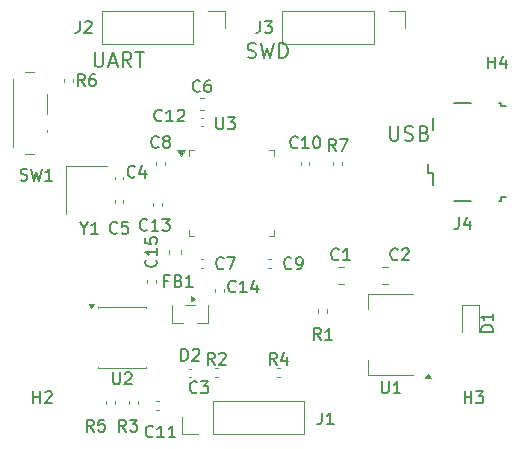
<source format=gbr>
%TF.GenerationSoftware,KiCad,Pcbnew,9.0.6*%
%TF.CreationDate,2026-02-08T19:37:56+05:30*%
%TF.ProjectId,stm32,73746d33-322e-46b6-9963-61645f706362,rev?*%
%TF.SameCoordinates,Original*%
%TF.FileFunction,Legend,Top*%
%TF.FilePolarity,Positive*%
%FSLAX46Y46*%
G04 Gerber Fmt 4.6, Leading zero omitted, Abs format (unit mm)*
G04 Created by KiCad (PCBNEW 9.0.6) date 2026-02-08 19:37:56*
%MOMM*%
%LPD*%
G01*
G04 APERTURE LIST*
%ADD10C,0.200000*%
%ADD11C,0.150000*%
%ADD12C,0.120000*%
G04 APERTURE END LIST*
D10*
X112369673Y-62027100D02*
X112548244Y-62086623D01*
X112548244Y-62086623D02*
X112845863Y-62086623D01*
X112845863Y-62086623D02*
X112964911Y-62027100D01*
X112964911Y-62027100D02*
X113024435Y-61967576D01*
X113024435Y-61967576D02*
X113083958Y-61848528D01*
X113083958Y-61848528D02*
X113083958Y-61729480D01*
X113083958Y-61729480D02*
X113024435Y-61610433D01*
X113024435Y-61610433D02*
X112964911Y-61550909D01*
X112964911Y-61550909D02*
X112845863Y-61491385D01*
X112845863Y-61491385D02*
X112607768Y-61431861D01*
X112607768Y-61431861D02*
X112488720Y-61372338D01*
X112488720Y-61372338D02*
X112429197Y-61312814D01*
X112429197Y-61312814D02*
X112369673Y-61193766D01*
X112369673Y-61193766D02*
X112369673Y-61074719D01*
X112369673Y-61074719D02*
X112429197Y-60955671D01*
X112429197Y-60955671D02*
X112488720Y-60896147D01*
X112488720Y-60896147D02*
X112607768Y-60836623D01*
X112607768Y-60836623D02*
X112905387Y-60836623D01*
X112905387Y-60836623D02*
X113083958Y-60896147D01*
X113500625Y-60836623D02*
X113798244Y-62086623D01*
X113798244Y-62086623D02*
X114036339Y-61193766D01*
X114036339Y-61193766D02*
X114274434Y-62086623D01*
X114274434Y-62086623D02*
X114572054Y-60836623D01*
X115048244Y-62086623D02*
X115048244Y-60836623D01*
X115048244Y-60836623D02*
X115345863Y-60836623D01*
X115345863Y-60836623D02*
X115524434Y-60896147D01*
X115524434Y-60896147D02*
X115643482Y-61015195D01*
X115643482Y-61015195D02*
X115703005Y-61134242D01*
X115703005Y-61134242D02*
X115762529Y-61372338D01*
X115762529Y-61372338D02*
X115762529Y-61550909D01*
X115762529Y-61550909D02*
X115703005Y-61789004D01*
X115703005Y-61789004D02*
X115643482Y-61908052D01*
X115643482Y-61908052D02*
X115524434Y-62027100D01*
X115524434Y-62027100D02*
X115345863Y-62086623D01*
X115345863Y-62086623D02*
X115048244Y-62086623D01*
X124429197Y-67836623D02*
X124429197Y-68848528D01*
X124429197Y-68848528D02*
X124488720Y-68967576D01*
X124488720Y-68967576D02*
X124548244Y-69027100D01*
X124548244Y-69027100D02*
X124667292Y-69086623D01*
X124667292Y-69086623D02*
X124905387Y-69086623D01*
X124905387Y-69086623D02*
X125024435Y-69027100D01*
X125024435Y-69027100D02*
X125083958Y-68967576D01*
X125083958Y-68967576D02*
X125143482Y-68848528D01*
X125143482Y-68848528D02*
X125143482Y-67836623D01*
X125679197Y-69027100D02*
X125857768Y-69086623D01*
X125857768Y-69086623D02*
X126155387Y-69086623D01*
X126155387Y-69086623D02*
X126274435Y-69027100D01*
X126274435Y-69027100D02*
X126333959Y-68967576D01*
X126333959Y-68967576D02*
X126393482Y-68848528D01*
X126393482Y-68848528D02*
X126393482Y-68729480D01*
X126393482Y-68729480D02*
X126333959Y-68610433D01*
X126333959Y-68610433D02*
X126274435Y-68550909D01*
X126274435Y-68550909D02*
X126155387Y-68491385D01*
X126155387Y-68491385D02*
X125917292Y-68431861D01*
X125917292Y-68431861D02*
X125798244Y-68372338D01*
X125798244Y-68372338D02*
X125738721Y-68312814D01*
X125738721Y-68312814D02*
X125679197Y-68193766D01*
X125679197Y-68193766D02*
X125679197Y-68074719D01*
X125679197Y-68074719D02*
X125738721Y-67955671D01*
X125738721Y-67955671D02*
X125798244Y-67896147D01*
X125798244Y-67896147D02*
X125917292Y-67836623D01*
X125917292Y-67836623D02*
X126214911Y-67836623D01*
X126214911Y-67836623D02*
X126393482Y-67896147D01*
X127345863Y-68431861D02*
X127524435Y-68491385D01*
X127524435Y-68491385D02*
X127583958Y-68550909D01*
X127583958Y-68550909D02*
X127643482Y-68669957D01*
X127643482Y-68669957D02*
X127643482Y-68848528D01*
X127643482Y-68848528D02*
X127583958Y-68967576D01*
X127583958Y-68967576D02*
X127524435Y-69027100D01*
X127524435Y-69027100D02*
X127405387Y-69086623D01*
X127405387Y-69086623D02*
X126929197Y-69086623D01*
X126929197Y-69086623D02*
X126929197Y-67836623D01*
X126929197Y-67836623D02*
X127345863Y-67836623D01*
X127345863Y-67836623D02*
X127464911Y-67896147D01*
X127464911Y-67896147D02*
X127524435Y-67955671D01*
X127524435Y-67955671D02*
X127583958Y-68074719D01*
X127583958Y-68074719D02*
X127583958Y-68193766D01*
X127583958Y-68193766D02*
X127524435Y-68312814D01*
X127524435Y-68312814D02*
X127464911Y-68372338D01*
X127464911Y-68372338D02*
X127345863Y-68431861D01*
X127345863Y-68431861D02*
X126929197Y-68431861D01*
X99429197Y-61586623D02*
X99429197Y-62598528D01*
X99429197Y-62598528D02*
X99488720Y-62717576D01*
X99488720Y-62717576D02*
X99548244Y-62777100D01*
X99548244Y-62777100D02*
X99667292Y-62836623D01*
X99667292Y-62836623D02*
X99905387Y-62836623D01*
X99905387Y-62836623D02*
X100024435Y-62777100D01*
X100024435Y-62777100D02*
X100083958Y-62717576D01*
X100083958Y-62717576D02*
X100143482Y-62598528D01*
X100143482Y-62598528D02*
X100143482Y-61586623D01*
X100679197Y-62479480D02*
X101274435Y-62479480D01*
X100560149Y-62836623D02*
X100976816Y-61586623D01*
X100976816Y-61586623D02*
X101393482Y-62836623D01*
X102524435Y-62836623D02*
X102107769Y-62241385D01*
X101810150Y-62836623D02*
X101810150Y-61586623D01*
X101810150Y-61586623D02*
X102286340Y-61586623D01*
X102286340Y-61586623D02*
X102405388Y-61646147D01*
X102405388Y-61646147D02*
X102464911Y-61705671D01*
X102464911Y-61705671D02*
X102524435Y-61824719D01*
X102524435Y-61824719D02*
X102524435Y-62003290D01*
X102524435Y-62003290D02*
X102464911Y-62122338D01*
X102464911Y-62122338D02*
X102405388Y-62181861D01*
X102405388Y-62181861D02*
X102286340Y-62241385D01*
X102286340Y-62241385D02*
X101810150Y-62241385D01*
X102881578Y-61586623D02*
X103595864Y-61586623D01*
X103238721Y-62836623D02*
X103238721Y-61586623D01*
D11*
X130738095Y-91304819D02*
X130738095Y-90304819D01*
X130738095Y-90781009D02*
X131309523Y-90781009D01*
X131309523Y-91304819D02*
X131309523Y-90304819D01*
X131690476Y-90304819D02*
X132309523Y-90304819D01*
X132309523Y-90304819D02*
X131976190Y-90685771D01*
X131976190Y-90685771D02*
X132119047Y-90685771D01*
X132119047Y-90685771D02*
X132214285Y-90733390D01*
X132214285Y-90733390D02*
X132261904Y-90781009D01*
X132261904Y-90781009D02*
X132309523Y-90876247D01*
X132309523Y-90876247D02*
X132309523Y-91114342D01*
X132309523Y-91114342D02*
X132261904Y-91209580D01*
X132261904Y-91209580D02*
X132214285Y-91257200D01*
X132214285Y-91257200D02*
X132119047Y-91304819D01*
X132119047Y-91304819D02*
X131833333Y-91304819D01*
X131833333Y-91304819D02*
X131738095Y-91257200D01*
X131738095Y-91257200D02*
X131690476Y-91209580D01*
X130266666Y-75579819D02*
X130266666Y-76294104D01*
X130266666Y-76294104D02*
X130219047Y-76436961D01*
X130219047Y-76436961D02*
X130123809Y-76532200D01*
X130123809Y-76532200D02*
X129980952Y-76579819D01*
X129980952Y-76579819D02*
X129885714Y-76579819D01*
X131171428Y-75913152D02*
X131171428Y-76579819D01*
X130933333Y-75532200D02*
X130695238Y-76246485D01*
X130695238Y-76246485D02*
X131314285Y-76246485D01*
X105107142Y-67359580D02*
X105059523Y-67407200D01*
X105059523Y-67407200D02*
X104916666Y-67454819D01*
X104916666Y-67454819D02*
X104821428Y-67454819D01*
X104821428Y-67454819D02*
X104678571Y-67407200D01*
X104678571Y-67407200D02*
X104583333Y-67311961D01*
X104583333Y-67311961D02*
X104535714Y-67216723D01*
X104535714Y-67216723D02*
X104488095Y-67026247D01*
X104488095Y-67026247D02*
X104488095Y-66883390D01*
X104488095Y-66883390D02*
X104535714Y-66692914D01*
X104535714Y-66692914D02*
X104583333Y-66597676D01*
X104583333Y-66597676D02*
X104678571Y-66502438D01*
X104678571Y-66502438D02*
X104821428Y-66454819D01*
X104821428Y-66454819D02*
X104916666Y-66454819D01*
X104916666Y-66454819D02*
X105059523Y-66502438D01*
X105059523Y-66502438D02*
X105107142Y-66550057D01*
X106059523Y-67454819D02*
X105488095Y-67454819D01*
X105773809Y-67454819D02*
X105773809Y-66454819D01*
X105773809Y-66454819D02*
X105678571Y-66597676D01*
X105678571Y-66597676D02*
X105583333Y-66692914D01*
X105583333Y-66692914D02*
X105488095Y-66740533D01*
X106440476Y-66550057D02*
X106488095Y-66502438D01*
X106488095Y-66502438D02*
X106583333Y-66454819D01*
X106583333Y-66454819D02*
X106821428Y-66454819D01*
X106821428Y-66454819D02*
X106916666Y-66502438D01*
X106916666Y-66502438D02*
X106964285Y-66550057D01*
X106964285Y-66550057D02*
X107011904Y-66645295D01*
X107011904Y-66645295D02*
X107011904Y-66740533D01*
X107011904Y-66740533D02*
X106964285Y-66883390D01*
X106964285Y-66883390D02*
X106392857Y-67454819D01*
X106392857Y-67454819D02*
X107011904Y-67454819D01*
X105666666Y-80931009D02*
X105333333Y-80931009D01*
X105333333Y-81454819D02*
X105333333Y-80454819D01*
X105333333Y-80454819D02*
X105809523Y-80454819D01*
X106523809Y-80931009D02*
X106666666Y-80978628D01*
X106666666Y-80978628D02*
X106714285Y-81026247D01*
X106714285Y-81026247D02*
X106761904Y-81121485D01*
X106761904Y-81121485D02*
X106761904Y-81264342D01*
X106761904Y-81264342D02*
X106714285Y-81359580D01*
X106714285Y-81359580D02*
X106666666Y-81407200D01*
X106666666Y-81407200D02*
X106571428Y-81454819D01*
X106571428Y-81454819D02*
X106190476Y-81454819D01*
X106190476Y-81454819D02*
X106190476Y-80454819D01*
X106190476Y-80454819D02*
X106523809Y-80454819D01*
X106523809Y-80454819D02*
X106619047Y-80502438D01*
X106619047Y-80502438D02*
X106666666Y-80550057D01*
X106666666Y-80550057D02*
X106714285Y-80645295D01*
X106714285Y-80645295D02*
X106714285Y-80740533D01*
X106714285Y-80740533D02*
X106666666Y-80835771D01*
X106666666Y-80835771D02*
X106619047Y-80883390D01*
X106619047Y-80883390D02*
X106523809Y-80931009D01*
X106523809Y-80931009D02*
X106190476Y-80931009D01*
X107714285Y-81454819D02*
X107142857Y-81454819D01*
X107428571Y-81454819D02*
X107428571Y-80454819D01*
X107428571Y-80454819D02*
X107333333Y-80597676D01*
X107333333Y-80597676D02*
X107238095Y-80692914D01*
X107238095Y-80692914D02*
X107142857Y-80740533D01*
X114833333Y-88034819D02*
X114500000Y-87558628D01*
X114261905Y-88034819D02*
X114261905Y-87034819D01*
X114261905Y-87034819D02*
X114642857Y-87034819D01*
X114642857Y-87034819D02*
X114738095Y-87082438D01*
X114738095Y-87082438D02*
X114785714Y-87130057D01*
X114785714Y-87130057D02*
X114833333Y-87225295D01*
X114833333Y-87225295D02*
X114833333Y-87368152D01*
X114833333Y-87368152D02*
X114785714Y-87463390D01*
X114785714Y-87463390D02*
X114738095Y-87511009D01*
X114738095Y-87511009D02*
X114642857Y-87558628D01*
X114642857Y-87558628D02*
X114261905Y-87558628D01*
X115690476Y-87368152D02*
X115690476Y-88034819D01*
X115452381Y-86987200D02*
X115214286Y-87701485D01*
X115214286Y-87701485D02*
X115833333Y-87701485D01*
X104833333Y-69609580D02*
X104785714Y-69657200D01*
X104785714Y-69657200D02*
X104642857Y-69704819D01*
X104642857Y-69704819D02*
X104547619Y-69704819D01*
X104547619Y-69704819D02*
X104404762Y-69657200D01*
X104404762Y-69657200D02*
X104309524Y-69561961D01*
X104309524Y-69561961D02*
X104261905Y-69466723D01*
X104261905Y-69466723D02*
X104214286Y-69276247D01*
X104214286Y-69276247D02*
X104214286Y-69133390D01*
X104214286Y-69133390D02*
X104261905Y-68942914D01*
X104261905Y-68942914D02*
X104309524Y-68847676D01*
X104309524Y-68847676D02*
X104404762Y-68752438D01*
X104404762Y-68752438D02*
X104547619Y-68704819D01*
X104547619Y-68704819D02*
X104642857Y-68704819D01*
X104642857Y-68704819D02*
X104785714Y-68752438D01*
X104785714Y-68752438D02*
X104833333Y-68800057D01*
X105404762Y-69133390D02*
X105309524Y-69085771D01*
X105309524Y-69085771D02*
X105261905Y-69038152D01*
X105261905Y-69038152D02*
X105214286Y-68942914D01*
X105214286Y-68942914D02*
X105214286Y-68895295D01*
X105214286Y-68895295D02*
X105261905Y-68800057D01*
X105261905Y-68800057D02*
X105309524Y-68752438D01*
X105309524Y-68752438D02*
X105404762Y-68704819D01*
X105404762Y-68704819D02*
X105595238Y-68704819D01*
X105595238Y-68704819D02*
X105690476Y-68752438D01*
X105690476Y-68752438D02*
X105738095Y-68800057D01*
X105738095Y-68800057D02*
X105785714Y-68895295D01*
X105785714Y-68895295D02*
X105785714Y-68942914D01*
X105785714Y-68942914D02*
X105738095Y-69038152D01*
X105738095Y-69038152D02*
X105690476Y-69085771D01*
X105690476Y-69085771D02*
X105595238Y-69133390D01*
X105595238Y-69133390D02*
X105404762Y-69133390D01*
X105404762Y-69133390D02*
X105309524Y-69181009D01*
X105309524Y-69181009D02*
X105261905Y-69228628D01*
X105261905Y-69228628D02*
X105214286Y-69323866D01*
X105214286Y-69323866D02*
X105214286Y-69514342D01*
X105214286Y-69514342D02*
X105261905Y-69609580D01*
X105261905Y-69609580D02*
X105309524Y-69657200D01*
X105309524Y-69657200D02*
X105404762Y-69704819D01*
X105404762Y-69704819D02*
X105595238Y-69704819D01*
X105595238Y-69704819D02*
X105690476Y-69657200D01*
X105690476Y-69657200D02*
X105738095Y-69609580D01*
X105738095Y-69609580D02*
X105785714Y-69514342D01*
X105785714Y-69514342D02*
X105785714Y-69323866D01*
X105785714Y-69323866D02*
X105738095Y-69228628D01*
X105738095Y-69228628D02*
X105690476Y-69181009D01*
X105690476Y-69181009D02*
X105595238Y-69133390D01*
X104609580Y-79142857D02*
X104657200Y-79190476D01*
X104657200Y-79190476D02*
X104704819Y-79333333D01*
X104704819Y-79333333D02*
X104704819Y-79428571D01*
X104704819Y-79428571D02*
X104657200Y-79571428D01*
X104657200Y-79571428D02*
X104561961Y-79666666D01*
X104561961Y-79666666D02*
X104466723Y-79714285D01*
X104466723Y-79714285D02*
X104276247Y-79761904D01*
X104276247Y-79761904D02*
X104133390Y-79761904D01*
X104133390Y-79761904D02*
X103942914Y-79714285D01*
X103942914Y-79714285D02*
X103847676Y-79666666D01*
X103847676Y-79666666D02*
X103752438Y-79571428D01*
X103752438Y-79571428D02*
X103704819Y-79428571D01*
X103704819Y-79428571D02*
X103704819Y-79333333D01*
X103704819Y-79333333D02*
X103752438Y-79190476D01*
X103752438Y-79190476D02*
X103800057Y-79142857D01*
X104704819Y-78190476D02*
X104704819Y-78761904D01*
X104704819Y-78476190D02*
X103704819Y-78476190D01*
X103704819Y-78476190D02*
X103847676Y-78571428D01*
X103847676Y-78571428D02*
X103942914Y-78666666D01*
X103942914Y-78666666D02*
X103990533Y-78761904D01*
X103704819Y-77285714D02*
X103704819Y-77761904D01*
X103704819Y-77761904D02*
X104181009Y-77809523D01*
X104181009Y-77809523D02*
X104133390Y-77761904D01*
X104133390Y-77761904D02*
X104085771Y-77666666D01*
X104085771Y-77666666D02*
X104085771Y-77428571D01*
X104085771Y-77428571D02*
X104133390Y-77333333D01*
X104133390Y-77333333D02*
X104181009Y-77285714D01*
X104181009Y-77285714D02*
X104276247Y-77238095D01*
X104276247Y-77238095D02*
X104514342Y-77238095D01*
X104514342Y-77238095D02*
X104609580Y-77285714D01*
X104609580Y-77285714D02*
X104657200Y-77333333D01*
X104657200Y-77333333D02*
X104704819Y-77428571D01*
X104704819Y-77428571D02*
X104704819Y-77666666D01*
X104704819Y-77666666D02*
X104657200Y-77761904D01*
X104657200Y-77761904D02*
X104609580Y-77809523D01*
X132738095Y-62954819D02*
X132738095Y-61954819D01*
X132738095Y-62431009D02*
X133309523Y-62431009D01*
X133309523Y-62954819D02*
X133309523Y-61954819D01*
X134214285Y-62288152D02*
X134214285Y-62954819D01*
X133976190Y-61907200D02*
X133738095Y-62621485D01*
X133738095Y-62621485D02*
X134357142Y-62621485D01*
X93166667Y-72407200D02*
X93309524Y-72454819D01*
X93309524Y-72454819D02*
X93547619Y-72454819D01*
X93547619Y-72454819D02*
X93642857Y-72407200D01*
X93642857Y-72407200D02*
X93690476Y-72359580D01*
X93690476Y-72359580D02*
X93738095Y-72264342D01*
X93738095Y-72264342D02*
X93738095Y-72169104D01*
X93738095Y-72169104D02*
X93690476Y-72073866D01*
X93690476Y-72073866D02*
X93642857Y-72026247D01*
X93642857Y-72026247D02*
X93547619Y-71978628D01*
X93547619Y-71978628D02*
X93357143Y-71931009D01*
X93357143Y-71931009D02*
X93261905Y-71883390D01*
X93261905Y-71883390D02*
X93214286Y-71835771D01*
X93214286Y-71835771D02*
X93166667Y-71740533D01*
X93166667Y-71740533D02*
X93166667Y-71645295D01*
X93166667Y-71645295D02*
X93214286Y-71550057D01*
X93214286Y-71550057D02*
X93261905Y-71502438D01*
X93261905Y-71502438D02*
X93357143Y-71454819D01*
X93357143Y-71454819D02*
X93595238Y-71454819D01*
X93595238Y-71454819D02*
X93738095Y-71502438D01*
X94071429Y-71454819D02*
X94309524Y-72454819D01*
X94309524Y-72454819D02*
X94500000Y-71740533D01*
X94500000Y-71740533D02*
X94690476Y-72454819D01*
X94690476Y-72454819D02*
X94928572Y-71454819D01*
X95833333Y-72454819D02*
X95261905Y-72454819D01*
X95547619Y-72454819D02*
X95547619Y-71454819D01*
X95547619Y-71454819D02*
X95452381Y-71597676D01*
X95452381Y-71597676D02*
X95357143Y-71692914D01*
X95357143Y-71692914D02*
X95261905Y-71740533D01*
X102083333Y-93714819D02*
X101750000Y-93238628D01*
X101511905Y-93714819D02*
X101511905Y-92714819D01*
X101511905Y-92714819D02*
X101892857Y-92714819D01*
X101892857Y-92714819D02*
X101988095Y-92762438D01*
X101988095Y-92762438D02*
X102035714Y-92810057D01*
X102035714Y-92810057D02*
X102083333Y-92905295D01*
X102083333Y-92905295D02*
X102083333Y-93048152D01*
X102083333Y-93048152D02*
X102035714Y-93143390D01*
X102035714Y-93143390D02*
X101988095Y-93191009D01*
X101988095Y-93191009D02*
X101892857Y-93238628D01*
X101892857Y-93238628D02*
X101511905Y-93238628D01*
X102416667Y-92714819D02*
X103035714Y-92714819D01*
X103035714Y-92714819D02*
X102702381Y-93095771D01*
X102702381Y-93095771D02*
X102845238Y-93095771D01*
X102845238Y-93095771D02*
X102940476Y-93143390D01*
X102940476Y-93143390D02*
X102988095Y-93191009D01*
X102988095Y-93191009D02*
X103035714Y-93286247D01*
X103035714Y-93286247D02*
X103035714Y-93524342D01*
X103035714Y-93524342D02*
X102988095Y-93619580D01*
X102988095Y-93619580D02*
X102940476Y-93667200D01*
X102940476Y-93667200D02*
X102845238Y-93714819D01*
X102845238Y-93714819D02*
X102559524Y-93714819D01*
X102559524Y-93714819D02*
X102464286Y-93667200D01*
X102464286Y-93667200D02*
X102416667Y-93619580D01*
X103857142Y-76609580D02*
X103809523Y-76657200D01*
X103809523Y-76657200D02*
X103666666Y-76704819D01*
X103666666Y-76704819D02*
X103571428Y-76704819D01*
X103571428Y-76704819D02*
X103428571Y-76657200D01*
X103428571Y-76657200D02*
X103333333Y-76561961D01*
X103333333Y-76561961D02*
X103285714Y-76466723D01*
X103285714Y-76466723D02*
X103238095Y-76276247D01*
X103238095Y-76276247D02*
X103238095Y-76133390D01*
X103238095Y-76133390D02*
X103285714Y-75942914D01*
X103285714Y-75942914D02*
X103333333Y-75847676D01*
X103333333Y-75847676D02*
X103428571Y-75752438D01*
X103428571Y-75752438D02*
X103571428Y-75704819D01*
X103571428Y-75704819D02*
X103666666Y-75704819D01*
X103666666Y-75704819D02*
X103809523Y-75752438D01*
X103809523Y-75752438D02*
X103857142Y-75800057D01*
X104809523Y-76704819D02*
X104238095Y-76704819D01*
X104523809Y-76704819D02*
X104523809Y-75704819D01*
X104523809Y-75704819D02*
X104428571Y-75847676D01*
X104428571Y-75847676D02*
X104333333Y-75942914D01*
X104333333Y-75942914D02*
X104238095Y-75990533D01*
X105142857Y-75704819D02*
X105761904Y-75704819D01*
X105761904Y-75704819D02*
X105428571Y-76085771D01*
X105428571Y-76085771D02*
X105571428Y-76085771D01*
X105571428Y-76085771D02*
X105666666Y-76133390D01*
X105666666Y-76133390D02*
X105714285Y-76181009D01*
X105714285Y-76181009D02*
X105761904Y-76276247D01*
X105761904Y-76276247D02*
X105761904Y-76514342D01*
X105761904Y-76514342D02*
X105714285Y-76609580D01*
X105714285Y-76609580D02*
X105666666Y-76657200D01*
X105666666Y-76657200D02*
X105571428Y-76704819D01*
X105571428Y-76704819D02*
X105285714Y-76704819D01*
X105285714Y-76704819D02*
X105190476Y-76657200D01*
X105190476Y-76657200D02*
X105142857Y-76609580D01*
X120083333Y-79109580D02*
X120035714Y-79157200D01*
X120035714Y-79157200D02*
X119892857Y-79204819D01*
X119892857Y-79204819D02*
X119797619Y-79204819D01*
X119797619Y-79204819D02*
X119654762Y-79157200D01*
X119654762Y-79157200D02*
X119559524Y-79061961D01*
X119559524Y-79061961D02*
X119511905Y-78966723D01*
X119511905Y-78966723D02*
X119464286Y-78776247D01*
X119464286Y-78776247D02*
X119464286Y-78633390D01*
X119464286Y-78633390D02*
X119511905Y-78442914D01*
X119511905Y-78442914D02*
X119559524Y-78347676D01*
X119559524Y-78347676D02*
X119654762Y-78252438D01*
X119654762Y-78252438D02*
X119797619Y-78204819D01*
X119797619Y-78204819D02*
X119892857Y-78204819D01*
X119892857Y-78204819D02*
X120035714Y-78252438D01*
X120035714Y-78252438D02*
X120083333Y-78300057D01*
X121035714Y-79204819D02*
X120464286Y-79204819D01*
X120750000Y-79204819D02*
X120750000Y-78204819D01*
X120750000Y-78204819D02*
X120654762Y-78347676D01*
X120654762Y-78347676D02*
X120559524Y-78442914D01*
X120559524Y-78442914D02*
X120464286Y-78490533D01*
X94238095Y-91304819D02*
X94238095Y-90304819D01*
X94238095Y-90781009D02*
X94809523Y-90781009D01*
X94809523Y-91304819D02*
X94809523Y-90304819D01*
X95238095Y-90400057D02*
X95285714Y-90352438D01*
X95285714Y-90352438D02*
X95380952Y-90304819D01*
X95380952Y-90304819D02*
X95619047Y-90304819D01*
X95619047Y-90304819D02*
X95714285Y-90352438D01*
X95714285Y-90352438D02*
X95761904Y-90400057D01*
X95761904Y-90400057D02*
X95809523Y-90495295D01*
X95809523Y-90495295D02*
X95809523Y-90590533D01*
X95809523Y-90590533D02*
X95761904Y-90733390D01*
X95761904Y-90733390D02*
X95190476Y-91304819D01*
X95190476Y-91304819D02*
X95809523Y-91304819D01*
X98583333Y-64454819D02*
X98250000Y-63978628D01*
X98011905Y-64454819D02*
X98011905Y-63454819D01*
X98011905Y-63454819D02*
X98392857Y-63454819D01*
X98392857Y-63454819D02*
X98488095Y-63502438D01*
X98488095Y-63502438D02*
X98535714Y-63550057D01*
X98535714Y-63550057D02*
X98583333Y-63645295D01*
X98583333Y-63645295D02*
X98583333Y-63788152D01*
X98583333Y-63788152D02*
X98535714Y-63883390D01*
X98535714Y-63883390D02*
X98488095Y-63931009D01*
X98488095Y-63931009D02*
X98392857Y-63978628D01*
X98392857Y-63978628D02*
X98011905Y-63978628D01*
X99440476Y-63454819D02*
X99250000Y-63454819D01*
X99250000Y-63454819D02*
X99154762Y-63502438D01*
X99154762Y-63502438D02*
X99107143Y-63550057D01*
X99107143Y-63550057D02*
X99011905Y-63692914D01*
X99011905Y-63692914D02*
X98964286Y-63883390D01*
X98964286Y-63883390D02*
X98964286Y-64264342D01*
X98964286Y-64264342D02*
X99011905Y-64359580D01*
X99011905Y-64359580D02*
X99059524Y-64407200D01*
X99059524Y-64407200D02*
X99154762Y-64454819D01*
X99154762Y-64454819D02*
X99345238Y-64454819D01*
X99345238Y-64454819D02*
X99440476Y-64407200D01*
X99440476Y-64407200D02*
X99488095Y-64359580D01*
X99488095Y-64359580D02*
X99535714Y-64264342D01*
X99535714Y-64264342D02*
X99535714Y-64026247D01*
X99535714Y-64026247D02*
X99488095Y-63931009D01*
X99488095Y-63931009D02*
X99440476Y-63883390D01*
X99440476Y-63883390D02*
X99345238Y-63835771D01*
X99345238Y-63835771D02*
X99154762Y-63835771D01*
X99154762Y-63835771D02*
X99059524Y-63883390D01*
X99059524Y-63883390D02*
X99011905Y-63931009D01*
X99011905Y-63931009D02*
X98964286Y-64026247D01*
X108083333Y-90359580D02*
X108035714Y-90407200D01*
X108035714Y-90407200D02*
X107892857Y-90454819D01*
X107892857Y-90454819D02*
X107797619Y-90454819D01*
X107797619Y-90454819D02*
X107654762Y-90407200D01*
X107654762Y-90407200D02*
X107559524Y-90311961D01*
X107559524Y-90311961D02*
X107511905Y-90216723D01*
X107511905Y-90216723D02*
X107464286Y-90026247D01*
X107464286Y-90026247D02*
X107464286Y-89883390D01*
X107464286Y-89883390D02*
X107511905Y-89692914D01*
X107511905Y-89692914D02*
X107559524Y-89597676D01*
X107559524Y-89597676D02*
X107654762Y-89502438D01*
X107654762Y-89502438D02*
X107797619Y-89454819D01*
X107797619Y-89454819D02*
X107892857Y-89454819D01*
X107892857Y-89454819D02*
X108035714Y-89502438D01*
X108035714Y-89502438D02*
X108083333Y-89550057D01*
X108416667Y-89454819D02*
X109035714Y-89454819D01*
X109035714Y-89454819D02*
X108702381Y-89835771D01*
X108702381Y-89835771D02*
X108845238Y-89835771D01*
X108845238Y-89835771D02*
X108940476Y-89883390D01*
X108940476Y-89883390D02*
X108988095Y-89931009D01*
X108988095Y-89931009D02*
X109035714Y-90026247D01*
X109035714Y-90026247D02*
X109035714Y-90264342D01*
X109035714Y-90264342D02*
X108988095Y-90359580D01*
X108988095Y-90359580D02*
X108940476Y-90407200D01*
X108940476Y-90407200D02*
X108845238Y-90454819D01*
X108845238Y-90454819D02*
X108559524Y-90454819D01*
X108559524Y-90454819D02*
X108464286Y-90407200D01*
X108464286Y-90407200D02*
X108416667Y-90359580D01*
X119833333Y-69954819D02*
X119500000Y-69478628D01*
X119261905Y-69954819D02*
X119261905Y-68954819D01*
X119261905Y-68954819D02*
X119642857Y-68954819D01*
X119642857Y-68954819D02*
X119738095Y-69002438D01*
X119738095Y-69002438D02*
X119785714Y-69050057D01*
X119785714Y-69050057D02*
X119833333Y-69145295D01*
X119833333Y-69145295D02*
X119833333Y-69288152D01*
X119833333Y-69288152D02*
X119785714Y-69383390D01*
X119785714Y-69383390D02*
X119738095Y-69431009D01*
X119738095Y-69431009D02*
X119642857Y-69478628D01*
X119642857Y-69478628D02*
X119261905Y-69478628D01*
X120166667Y-68954819D02*
X120833333Y-68954819D01*
X120833333Y-68954819D02*
X120404762Y-69954819D01*
X102833333Y-72109580D02*
X102785714Y-72157200D01*
X102785714Y-72157200D02*
X102642857Y-72204819D01*
X102642857Y-72204819D02*
X102547619Y-72204819D01*
X102547619Y-72204819D02*
X102404762Y-72157200D01*
X102404762Y-72157200D02*
X102309524Y-72061961D01*
X102309524Y-72061961D02*
X102261905Y-71966723D01*
X102261905Y-71966723D02*
X102214286Y-71776247D01*
X102214286Y-71776247D02*
X102214286Y-71633390D01*
X102214286Y-71633390D02*
X102261905Y-71442914D01*
X102261905Y-71442914D02*
X102309524Y-71347676D01*
X102309524Y-71347676D02*
X102404762Y-71252438D01*
X102404762Y-71252438D02*
X102547619Y-71204819D01*
X102547619Y-71204819D02*
X102642857Y-71204819D01*
X102642857Y-71204819D02*
X102785714Y-71252438D01*
X102785714Y-71252438D02*
X102833333Y-71300057D01*
X103690476Y-71538152D02*
X103690476Y-72204819D01*
X103452381Y-71157200D02*
X103214286Y-71871485D01*
X103214286Y-71871485D02*
X103833333Y-71871485D01*
X116083333Y-79859580D02*
X116035714Y-79907200D01*
X116035714Y-79907200D02*
X115892857Y-79954819D01*
X115892857Y-79954819D02*
X115797619Y-79954819D01*
X115797619Y-79954819D02*
X115654762Y-79907200D01*
X115654762Y-79907200D02*
X115559524Y-79811961D01*
X115559524Y-79811961D02*
X115511905Y-79716723D01*
X115511905Y-79716723D02*
X115464286Y-79526247D01*
X115464286Y-79526247D02*
X115464286Y-79383390D01*
X115464286Y-79383390D02*
X115511905Y-79192914D01*
X115511905Y-79192914D02*
X115559524Y-79097676D01*
X115559524Y-79097676D02*
X115654762Y-79002438D01*
X115654762Y-79002438D02*
X115797619Y-78954819D01*
X115797619Y-78954819D02*
X115892857Y-78954819D01*
X115892857Y-78954819D02*
X116035714Y-79002438D01*
X116035714Y-79002438D02*
X116083333Y-79050057D01*
X116559524Y-79954819D02*
X116750000Y-79954819D01*
X116750000Y-79954819D02*
X116845238Y-79907200D01*
X116845238Y-79907200D02*
X116892857Y-79859580D01*
X116892857Y-79859580D02*
X116988095Y-79716723D01*
X116988095Y-79716723D02*
X117035714Y-79526247D01*
X117035714Y-79526247D02*
X117035714Y-79145295D01*
X117035714Y-79145295D02*
X116988095Y-79050057D01*
X116988095Y-79050057D02*
X116940476Y-79002438D01*
X116940476Y-79002438D02*
X116845238Y-78954819D01*
X116845238Y-78954819D02*
X116654762Y-78954819D01*
X116654762Y-78954819D02*
X116559524Y-79002438D01*
X116559524Y-79002438D02*
X116511905Y-79050057D01*
X116511905Y-79050057D02*
X116464286Y-79145295D01*
X116464286Y-79145295D02*
X116464286Y-79383390D01*
X116464286Y-79383390D02*
X116511905Y-79478628D01*
X116511905Y-79478628D02*
X116559524Y-79526247D01*
X116559524Y-79526247D02*
X116654762Y-79573866D01*
X116654762Y-79573866D02*
X116845238Y-79573866D01*
X116845238Y-79573866D02*
X116940476Y-79526247D01*
X116940476Y-79526247D02*
X116988095Y-79478628D01*
X116988095Y-79478628D02*
X117035714Y-79383390D01*
X109583333Y-88034819D02*
X109250000Y-87558628D01*
X109011905Y-88034819D02*
X109011905Y-87034819D01*
X109011905Y-87034819D02*
X109392857Y-87034819D01*
X109392857Y-87034819D02*
X109488095Y-87082438D01*
X109488095Y-87082438D02*
X109535714Y-87130057D01*
X109535714Y-87130057D02*
X109583333Y-87225295D01*
X109583333Y-87225295D02*
X109583333Y-87368152D01*
X109583333Y-87368152D02*
X109535714Y-87463390D01*
X109535714Y-87463390D02*
X109488095Y-87511009D01*
X109488095Y-87511009D02*
X109392857Y-87558628D01*
X109392857Y-87558628D02*
X109011905Y-87558628D01*
X109964286Y-87130057D02*
X110011905Y-87082438D01*
X110011905Y-87082438D02*
X110107143Y-87034819D01*
X110107143Y-87034819D02*
X110345238Y-87034819D01*
X110345238Y-87034819D02*
X110440476Y-87082438D01*
X110440476Y-87082438D02*
X110488095Y-87130057D01*
X110488095Y-87130057D02*
X110535714Y-87225295D01*
X110535714Y-87225295D02*
X110535714Y-87320533D01*
X110535714Y-87320533D02*
X110488095Y-87463390D01*
X110488095Y-87463390D02*
X109916667Y-88034819D01*
X109916667Y-88034819D02*
X110535714Y-88034819D01*
X101333333Y-76859580D02*
X101285714Y-76907200D01*
X101285714Y-76907200D02*
X101142857Y-76954819D01*
X101142857Y-76954819D02*
X101047619Y-76954819D01*
X101047619Y-76954819D02*
X100904762Y-76907200D01*
X100904762Y-76907200D02*
X100809524Y-76811961D01*
X100809524Y-76811961D02*
X100761905Y-76716723D01*
X100761905Y-76716723D02*
X100714286Y-76526247D01*
X100714286Y-76526247D02*
X100714286Y-76383390D01*
X100714286Y-76383390D02*
X100761905Y-76192914D01*
X100761905Y-76192914D02*
X100809524Y-76097676D01*
X100809524Y-76097676D02*
X100904762Y-76002438D01*
X100904762Y-76002438D02*
X101047619Y-75954819D01*
X101047619Y-75954819D02*
X101142857Y-75954819D01*
X101142857Y-75954819D02*
X101285714Y-76002438D01*
X101285714Y-76002438D02*
X101333333Y-76050057D01*
X102238095Y-75954819D02*
X101761905Y-75954819D01*
X101761905Y-75954819D02*
X101714286Y-76431009D01*
X101714286Y-76431009D02*
X101761905Y-76383390D01*
X101761905Y-76383390D02*
X101857143Y-76335771D01*
X101857143Y-76335771D02*
X102095238Y-76335771D01*
X102095238Y-76335771D02*
X102190476Y-76383390D01*
X102190476Y-76383390D02*
X102238095Y-76431009D01*
X102238095Y-76431009D02*
X102285714Y-76526247D01*
X102285714Y-76526247D02*
X102285714Y-76764342D01*
X102285714Y-76764342D02*
X102238095Y-76859580D01*
X102238095Y-76859580D02*
X102190476Y-76907200D01*
X102190476Y-76907200D02*
X102095238Y-76954819D01*
X102095238Y-76954819D02*
X101857143Y-76954819D01*
X101857143Y-76954819D02*
X101761905Y-76907200D01*
X101761905Y-76907200D02*
X101714286Y-76859580D01*
X110333333Y-79859580D02*
X110285714Y-79907200D01*
X110285714Y-79907200D02*
X110142857Y-79954819D01*
X110142857Y-79954819D02*
X110047619Y-79954819D01*
X110047619Y-79954819D02*
X109904762Y-79907200D01*
X109904762Y-79907200D02*
X109809524Y-79811961D01*
X109809524Y-79811961D02*
X109761905Y-79716723D01*
X109761905Y-79716723D02*
X109714286Y-79526247D01*
X109714286Y-79526247D02*
X109714286Y-79383390D01*
X109714286Y-79383390D02*
X109761905Y-79192914D01*
X109761905Y-79192914D02*
X109809524Y-79097676D01*
X109809524Y-79097676D02*
X109904762Y-79002438D01*
X109904762Y-79002438D02*
X110047619Y-78954819D01*
X110047619Y-78954819D02*
X110142857Y-78954819D01*
X110142857Y-78954819D02*
X110285714Y-79002438D01*
X110285714Y-79002438D02*
X110333333Y-79050057D01*
X110666667Y-78954819D02*
X111333333Y-78954819D01*
X111333333Y-78954819D02*
X110904762Y-79954819D01*
X99333333Y-93704819D02*
X99000000Y-93228628D01*
X98761905Y-93704819D02*
X98761905Y-92704819D01*
X98761905Y-92704819D02*
X99142857Y-92704819D01*
X99142857Y-92704819D02*
X99238095Y-92752438D01*
X99238095Y-92752438D02*
X99285714Y-92800057D01*
X99285714Y-92800057D02*
X99333333Y-92895295D01*
X99333333Y-92895295D02*
X99333333Y-93038152D01*
X99333333Y-93038152D02*
X99285714Y-93133390D01*
X99285714Y-93133390D02*
X99238095Y-93181009D01*
X99238095Y-93181009D02*
X99142857Y-93228628D01*
X99142857Y-93228628D02*
X98761905Y-93228628D01*
X100238095Y-92704819D02*
X99761905Y-92704819D01*
X99761905Y-92704819D02*
X99714286Y-93181009D01*
X99714286Y-93181009D02*
X99761905Y-93133390D01*
X99761905Y-93133390D02*
X99857143Y-93085771D01*
X99857143Y-93085771D02*
X100095238Y-93085771D01*
X100095238Y-93085771D02*
X100190476Y-93133390D01*
X100190476Y-93133390D02*
X100238095Y-93181009D01*
X100238095Y-93181009D02*
X100285714Y-93276247D01*
X100285714Y-93276247D02*
X100285714Y-93514342D01*
X100285714Y-93514342D02*
X100238095Y-93609580D01*
X100238095Y-93609580D02*
X100190476Y-93657200D01*
X100190476Y-93657200D02*
X100095238Y-93704819D01*
X100095238Y-93704819D02*
X99857143Y-93704819D01*
X99857143Y-93704819D02*
X99761905Y-93657200D01*
X99761905Y-93657200D02*
X99714286Y-93609580D01*
X98523809Y-76478628D02*
X98523809Y-76954819D01*
X98190476Y-75954819D02*
X98523809Y-76478628D01*
X98523809Y-76478628D02*
X98857142Y-75954819D01*
X99714285Y-76954819D02*
X99142857Y-76954819D01*
X99428571Y-76954819D02*
X99428571Y-75954819D01*
X99428571Y-75954819D02*
X99333333Y-76097676D01*
X99333333Y-76097676D02*
X99238095Y-76192914D01*
X99238095Y-76192914D02*
X99142857Y-76240533D01*
X133134819Y-85238094D02*
X132134819Y-85238094D01*
X132134819Y-85238094D02*
X132134819Y-84999999D01*
X132134819Y-84999999D02*
X132182438Y-84857142D01*
X132182438Y-84857142D02*
X132277676Y-84761904D01*
X132277676Y-84761904D02*
X132372914Y-84714285D01*
X132372914Y-84714285D02*
X132563390Y-84666666D01*
X132563390Y-84666666D02*
X132706247Y-84666666D01*
X132706247Y-84666666D02*
X132896723Y-84714285D01*
X132896723Y-84714285D02*
X132991961Y-84761904D01*
X132991961Y-84761904D02*
X133087200Y-84857142D01*
X133087200Y-84857142D02*
X133134819Y-84999999D01*
X133134819Y-84999999D02*
X133134819Y-85238094D01*
X133134819Y-83714285D02*
X133134819Y-84285713D01*
X133134819Y-83999999D02*
X132134819Y-83999999D01*
X132134819Y-83999999D02*
X132277676Y-84095237D01*
X132277676Y-84095237D02*
X132372914Y-84190475D01*
X132372914Y-84190475D02*
X132420533Y-84285713D01*
X123738095Y-89454819D02*
X123738095Y-90264342D01*
X123738095Y-90264342D02*
X123785714Y-90359580D01*
X123785714Y-90359580D02*
X123833333Y-90407200D01*
X123833333Y-90407200D02*
X123928571Y-90454819D01*
X123928571Y-90454819D02*
X124119047Y-90454819D01*
X124119047Y-90454819D02*
X124214285Y-90407200D01*
X124214285Y-90407200D02*
X124261904Y-90359580D01*
X124261904Y-90359580D02*
X124309523Y-90264342D01*
X124309523Y-90264342D02*
X124309523Y-89454819D01*
X125309523Y-90454819D02*
X124738095Y-90454819D01*
X125023809Y-90454819D02*
X125023809Y-89454819D01*
X125023809Y-89454819D02*
X124928571Y-89597676D01*
X124928571Y-89597676D02*
X124833333Y-89692914D01*
X124833333Y-89692914D02*
X124738095Y-89740533D01*
X109738095Y-67104819D02*
X109738095Y-67914342D01*
X109738095Y-67914342D02*
X109785714Y-68009580D01*
X109785714Y-68009580D02*
X109833333Y-68057200D01*
X109833333Y-68057200D02*
X109928571Y-68104819D01*
X109928571Y-68104819D02*
X110119047Y-68104819D01*
X110119047Y-68104819D02*
X110214285Y-68057200D01*
X110214285Y-68057200D02*
X110261904Y-68009580D01*
X110261904Y-68009580D02*
X110309523Y-67914342D01*
X110309523Y-67914342D02*
X110309523Y-67104819D01*
X110690476Y-67104819D02*
X111309523Y-67104819D01*
X111309523Y-67104819D02*
X110976190Y-67485771D01*
X110976190Y-67485771D02*
X111119047Y-67485771D01*
X111119047Y-67485771D02*
X111214285Y-67533390D01*
X111214285Y-67533390D02*
X111261904Y-67581009D01*
X111261904Y-67581009D02*
X111309523Y-67676247D01*
X111309523Y-67676247D02*
X111309523Y-67914342D01*
X111309523Y-67914342D02*
X111261904Y-68009580D01*
X111261904Y-68009580D02*
X111214285Y-68057200D01*
X111214285Y-68057200D02*
X111119047Y-68104819D01*
X111119047Y-68104819D02*
X110833333Y-68104819D01*
X110833333Y-68104819D02*
X110738095Y-68057200D01*
X110738095Y-68057200D02*
X110690476Y-68009580D01*
X111357142Y-81839580D02*
X111309523Y-81887200D01*
X111309523Y-81887200D02*
X111166666Y-81934819D01*
X111166666Y-81934819D02*
X111071428Y-81934819D01*
X111071428Y-81934819D02*
X110928571Y-81887200D01*
X110928571Y-81887200D02*
X110833333Y-81791961D01*
X110833333Y-81791961D02*
X110785714Y-81696723D01*
X110785714Y-81696723D02*
X110738095Y-81506247D01*
X110738095Y-81506247D02*
X110738095Y-81363390D01*
X110738095Y-81363390D02*
X110785714Y-81172914D01*
X110785714Y-81172914D02*
X110833333Y-81077676D01*
X110833333Y-81077676D02*
X110928571Y-80982438D01*
X110928571Y-80982438D02*
X111071428Y-80934819D01*
X111071428Y-80934819D02*
X111166666Y-80934819D01*
X111166666Y-80934819D02*
X111309523Y-80982438D01*
X111309523Y-80982438D02*
X111357142Y-81030057D01*
X112309523Y-81934819D02*
X111738095Y-81934819D01*
X112023809Y-81934819D02*
X112023809Y-80934819D01*
X112023809Y-80934819D02*
X111928571Y-81077676D01*
X111928571Y-81077676D02*
X111833333Y-81172914D01*
X111833333Y-81172914D02*
X111738095Y-81220533D01*
X113166666Y-81268152D02*
X113166666Y-81934819D01*
X112928571Y-80887200D02*
X112690476Y-81601485D01*
X112690476Y-81601485D02*
X113309523Y-81601485D01*
X104357142Y-94109580D02*
X104309523Y-94157200D01*
X104309523Y-94157200D02*
X104166666Y-94204819D01*
X104166666Y-94204819D02*
X104071428Y-94204819D01*
X104071428Y-94204819D02*
X103928571Y-94157200D01*
X103928571Y-94157200D02*
X103833333Y-94061961D01*
X103833333Y-94061961D02*
X103785714Y-93966723D01*
X103785714Y-93966723D02*
X103738095Y-93776247D01*
X103738095Y-93776247D02*
X103738095Y-93633390D01*
X103738095Y-93633390D02*
X103785714Y-93442914D01*
X103785714Y-93442914D02*
X103833333Y-93347676D01*
X103833333Y-93347676D02*
X103928571Y-93252438D01*
X103928571Y-93252438D02*
X104071428Y-93204819D01*
X104071428Y-93204819D02*
X104166666Y-93204819D01*
X104166666Y-93204819D02*
X104309523Y-93252438D01*
X104309523Y-93252438D02*
X104357142Y-93300057D01*
X105309523Y-94204819D02*
X104738095Y-94204819D01*
X105023809Y-94204819D02*
X105023809Y-93204819D01*
X105023809Y-93204819D02*
X104928571Y-93347676D01*
X104928571Y-93347676D02*
X104833333Y-93442914D01*
X104833333Y-93442914D02*
X104738095Y-93490533D01*
X106261904Y-94204819D02*
X105690476Y-94204819D01*
X105976190Y-94204819D02*
X105976190Y-93204819D01*
X105976190Y-93204819D02*
X105880952Y-93347676D01*
X105880952Y-93347676D02*
X105785714Y-93442914D01*
X105785714Y-93442914D02*
X105690476Y-93490533D01*
X100988095Y-88704819D02*
X100988095Y-89514342D01*
X100988095Y-89514342D02*
X101035714Y-89609580D01*
X101035714Y-89609580D02*
X101083333Y-89657200D01*
X101083333Y-89657200D02*
X101178571Y-89704819D01*
X101178571Y-89704819D02*
X101369047Y-89704819D01*
X101369047Y-89704819D02*
X101464285Y-89657200D01*
X101464285Y-89657200D02*
X101511904Y-89609580D01*
X101511904Y-89609580D02*
X101559523Y-89514342D01*
X101559523Y-89514342D02*
X101559523Y-88704819D01*
X101988095Y-88800057D02*
X102035714Y-88752438D01*
X102035714Y-88752438D02*
X102130952Y-88704819D01*
X102130952Y-88704819D02*
X102369047Y-88704819D01*
X102369047Y-88704819D02*
X102464285Y-88752438D01*
X102464285Y-88752438D02*
X102511904Y-88800057D01*
X102511904Y-88800057D02*
X102559523Y-88895295D01*
X102559523Y-88895295D02*
X102559523Y-88990533D01*
X102559523Y-88990533D02*
X102511904Y-89133390D01*
X102511904Y-89133390D02*
X101940476Y-89704819D01*
X101940476Y-89704819D02*
X102559523Y-89704819D01*
X113436666Y-58954819D02*
X113436666Y-59669104D01*
X113436666Y-59669104D02*
X113389047Y-59811961D01*
X113389047Y-59811961D02*
X113293809Y-59907200D01*
X113293809Y-59907200D02*
X113150952Y-59954819D01*
X113150952Y-59954819D02*
X113055714Y-59954819D01*
X113817619Y-58954819D02*
X114436666Y-58954819D01*
X114436666Y-58954819D02*
X114103333Y-59335771D01*
X114103333Y-59335771D02*
X114246190Y-59335771D01*
X114246190Y-59335771D02*
X114341428Y-59383390D01*
X114341428Y-59383390D02*
X114389047Y-59431009D01*
X114389047Y-59431009D02*
X114436666Y-59526247D01*
X114436666Y-59526247D02*
X114436666Y-59764342D01*
X114436666Y-59764342D02*
X114389047Y-59859580D01*
X114389047Y-59859580D02*
X114341428Y-59907200D01*
X114341428Y-59907200D02*
X114246190Y-59954819D01*
X114246190Y-59954819D02*
X113960476Y-59954819D01*
X113960476Y-59954819D02*
X113865238Y-59907200D01*
X113865238Y-59907200D02*
X113817619Y-59859580D01*
X106761905Y-87704819D02*
X106761905Y-86704819D01*
X106761905Y-86704819D02*
X107000000Y-86704819D01*
X107000000Y-86704819D02*
X107142857Y-86752438D01*
X107142857Y-86752438D02*
X107238095Y-86847676D01*
X107238095Y-86847676D02*
X107285714Y-86942914D01*
X107285714Y-86942914D02*
X107333333Y-87133390D01*
X107333333Y-87133390D02*
X107333333Y-87276247D01*
X107333333Y-87276247D02*
X107285714Y-87466723D01*
X107285714Y-87466723D02*
X107238095Y-87561961D01*
X107238095Y-87561961D02*
X107142857Y-87657200D01*
X107142857Y-87657200D02*
X107000000Y-87704819D01*
X107000000Y-87704819D02*
X106761905Y-87704819D01*
X107714286Y-86800057D02*
X107761905Y-86752438D01*
X107761905Y-86752438D02*
X107857143Y-86704819D01*
X107857143Y-86704819D02*
X108095238Y-86704819D01*
X108095238Y-86704819D02*
X108190476Y-86752438D01*
X108190476Y-86752438D02*
X108238095Y-86800057D01*
X108238095Y-86800057D02*
X108285714Y-86895295D01*
X108285714Y-86895295D02*
X108285714Y-86990533D01*
X108285714Y-86990533D02*
X108238095Y-87133390D01*
X108238095Y-87133390D02*
X107666667Y-87704819D01*
X107666667Y-87704819D02*
X108285714Y-87704819D01*
X125083333Y-79109580D02*
X125035714Y-79157200D01*
X125035714Y-79157200D02*
X124892857Y-79204819D01*
X124892857Y-79204819D02*
X124797619Y-79204819D01*
X124797619Y-79204819D02*
X124654762Y-79157200D01*
X124654762Y-79157200D02*
X124559524Y-79061961D01*
X124559524Y-79061961D02*
X124511905Y-78966723D01*
X124511905Y-78966723D02*
X124464286Y-78776247D01*
X124464286Y-78776247D02*
X124464286Y-78633390D01*
X124464286Y-78633390D02*
X124511905Y-78442914D01*
X124511905Y-78442914D02*
X124559524Y-78347676D01*
X124559524Y-78347676D02*
X124654762Y-78252438D01*
X124654762Y-78252438D02*
X124797619Y-78204819D01*
X124797619Y-78204819D02*
X124892857Y-78204819D01*
X124892857Y-78204819D02*
X125035714Y-78252438D01*
X125035714Y-78252438D02*
X125083333Y-78300057D01*
X125464286Y-78300057D02*
X125511905Y-78252438D01*
X125511905Y-78252438D02*
X125607143Y-78204819D01*
X125607143Y-78204819D02*
X125845238Y-78204819D01*
X125845238Y-78204819D02*
X125940476Y-78252438D01*
X125940476Y-78252438D02*
X125988095Y-78300057D01*
X125988095Y-78300057D02*
X126035714Y-78395295D01*
X126035714Y-78395295D02*
X126035714Y-78490533D01*
X126035714Y-78490533D02*
X125988095Y-78633390D01*
X125988095Y-78633390D02*
X125416667Y-79204819D01*
X125416667Y-79204819D02*
X126035714Y-79204819D01*
X116607142Y-69629580D02*
X116559523Y-69677200D01*
X116559523Y-69677200D02*
X116416666Y-69724819D01*
X116416666Y-69724819D02*
X116321428Y-69724819D01*
X116321428Y-69724819D02*
X116178571Y-69677200D01*
X116178571Y-69677200D02*
X116083333Y-69581961D01*
X116083333Y-69581961D02*
X116035714Y-69486723D01*
X116035714Y-69486723D02*
X115988095Y-69296247D01*
X115988095Y-69296247D02*
X115988095Y-69153390D01*
X115988095Y-69153390D02*
X116035714Y-68962914D01*
X116035714Y-68962914D02*
X116083333Y-68867676D01*
X116083333Y-68867676D02*
X116178571Y-68772438D01*
X116178571Y-68772438D02*
X116321428Y-68724819D01*
X116321428Y-68724819D02*
X116416666Y-68724819D01*
X116416666Y-68724819D02*
X116559523Y-68772438D01*
X116559523Y-68772438D02*
X116607142Y-68820057D01*
X117559523Y-69724819D02*
X116988095Y-69724819D01*
X117273809Y-69724819D02*
X117273809Y-68724819D01*
X117273809Y-68724819D02*
X117178571Y-68867676D01*
X117178571Y-68867676D02*
X117083333Y-68962914D01*
X117083333Y-68962914D02*
X116988095Y-69010533D01*
X118178571Y-68724819D02*
X118273809Y-68724819D01*
X118273809Y-68724819D02*
X118369047Y-68772438D01*
X118369047Y-68772438D02*
X118416666Y-68820057D01*
X118416666Y-68820057D02*
X118464285Y-68915295D01*
X118464285Y-68915295D02*
X118511904Y-69105771D01*
X118511904Y-69105771D02*
X118511904Y-69343866D01*
X118511904Y-69343866D02*
X118464285Y-69534342D01*
X118464285Y-69534342D02*
X118416666Y-69629580D01*
X118416666Y-69629580D02*
X118369047Y-69677200D01*
X118369047Y-69677200D02*
X118273809Y-69724819D01*
X118273809Y-69724819D02*
X118178571Y-69724819D01*
X118178571Y-69724819D02*
X118083333Y-69677200D01*
X118083333Y-69677200D02*
X118035714Y-69629580D01*
X118035714Y-69629580D02*
X117988095Y-69534342D01*
X117988095Y-69534342D02*
X117940476Y-69343866D01*
X117940476Y-69343866D02*
X117940476Y-69105771D01*
X117940476Y-69105771D02*
X117988095Y-68915295D01*
X117988095Y-68915295D02*
X118035714Y-68820057D01*
X118035714Y-68820057D02*
X118083333Y-68772438D01*
X118083333Y-68772438D02*
X118178571Y-68724819D01*
X118583333Y-85954819D02*
X118250000Y-85478628D01*
X118011905Y-85954819D02*
X118011905Y-84954819D01*
X118011905Y-84954819D02*
X118392857Y-84954819D01*
X118392857Y-84954819D02*
X118488095Y-85002438D01*
X118488095Y-85002438D02*
X118535714Y-85050057D01*
X118535714Y-85050057D02*
X118583333Y-85145295D01*
X118583333Y-85145295D02*
X118583333Y-85288152D01*
X118583333Y-85288152D02*
X118535714Y-85383390D01*
X118535714Y-85383390D02*
X118488095Y-85431009D01*
X118488095Y-85431009D02*
X118392857Y-85478628D01*
X118392857Y-85478628D02*
X118011905Y-85478628D01*
X119535714Y-85954819D02*
X118964286Y-85954819D01*
X119250000Y-85954819D02*
X119250000Y-84954819D01*
X119250000Y-84954819D02*
X119154762Y-85097676D01*
X119154762Y-85097676D02*
X119059524Y-85192914D01*
X119059524Y-85192914D02*
X118964286Y-85240533D01*
X108333333Y-64859580D02*
X108285714Y-64907200D01*
X108285714Y-64907200D02*
X108142857Y-64954819D01*
X108142857Y-64954819D02*
X108047619Y-64954819D01*
X108047619Y-64954819D02*
X107904762Y-64907200D01*
X107904762Y-64907200D02*
X107809524Y-64811961D01*
X107809524Y-64811961D02*
X107761905Y-64716723D01*
X107761905Y-64716723D02*
X107714286Y-64526247D01*
X107714286Y-64526247D02*
X107714286Y-64383390D01*
X107714286Y-64383390D02*
X107761905Y-64192914D01*
X107761905Y-64192914D02*
X107809524Y-64097676D01*
X107809524Y-64097676D02*
X107904762Y-64002438D01*
X107904762Y-64002438D02*
X108047619Y-63954819D01*
X108047619Y-63954819D02*
X108142857Y-63954819D01*
X108142857Y-63954819D02*
X108285714Y-64002438D01*
X108285714Y-64002438D02*
X108333333Y-64050057D01*
X109190476Y-63954819D02*
X109000000Y-63954819D01*
X109000000Y-63954819D02*
X108904762Y-64002438D01*
X108904762Y-64002438D02*
X108857143Y-64050057D01*
X108857143Y-64050057D02*
X108761905Y-64192914D01*
X108761905Y-64192914D02*
X108714286Y-64383390D01*
X108714286Y-64383390D02*
X108714286Y-64764342D01*
X108714286Y-64764342D02*
X108761905Y-64859580D01*
X108761905Y-64859580D02*
X108809524Y-64907200D01*
X108809524Y-64907200D02*
X108904762Y-64954819D01*
X108904762Y-64954819D02*
X109095238Y-64954819D01*
X109095238Y-64954819D02*
X109190476Y-64907200D01*
X109190476Y-64907200D02*
X109238095Y-64859580D01*
X109238095Y-64859580D02*
X109285714Y-64764342D01*
X109285714Y-64764342D02*
X109285714Y-64526247D01*
X109285714Y-64526247D02*
X109238095Y-64431009D01*
X109238095Y-64431009D02*
X109190476Y-64383390D01*
X109190476Y-64383390D02*
X109095238Y-64335771D01*
X109095238Y-64335771D02*
X108904762Y-64335771D01*
X108904762Y-64335771D02*
X108809524Y-64383390D01*
X108809524Y-64383390D02*
X108761905Y-64431009D01*
X108761905Y-64431009D02*
X108714286Y-64526247D01*
X118646666Y-92109819D02*
X118646666Y-92824104D01*
X118646666Y-92824104D02*
X118599047Y-92966961D01*
X118599047Y-92966961D02*
X118503809Y-93062200D01*
X118503809Y-93062200D02*
X118360952Y-93109819D01*
X118360952Y-93109819D02*
X118265714Y-93109819D01*
X119646666Y-93109819D02*
X119075238Y-93109819D01*
X119360952Y-93109819D02*
X119360952Y-92109819D01*
X119360952Y-92109819D02*
X119265714Y-92252676D01*
X119265714Y-92252676D02*
X119170476Y-92347914D01*
X119170476Y-92347914D02*
X119075238Y-92395533D01*
X98166666Y-58954819D02*
X98166666Y-59669104D01*
X98166666Y-59669104D02*
X98119047Y-59811961D01*
X98119047Y-59811961D02*
X98023809Y-59907200D01*
X98023809Y-59907200D02*
X97880952Y-59954819D01*
X97880952Y-59954819D02*
X97785714Y-59954819D01*
X98595238Y-59050057D02*
X98642857Y-59002438D01*
X98642857Y-59002438D02*
X98738095Y-58954819D01*
X98738095Y-58954819D02*
X98976190Y-58954819D01*
X98976190Y-58954819D02*
X99071428Y-59002438D01*
X99071428Y-59002438D02*
X99119047Y-59050057D01*
X99119047Y-59050057D02*
X99166666Y-59145295D01*
X99166666Y-59145295D02*
X99166666Y-59240533D01*
X99166666Y-59240533D02*
X99119047Y-59383390D01*
X99119047Y-59383390D02*
X98547619Y-59954819D01*
X98547619Y-59954819D02*
X99166666Y-59954819D01*
%TO.C,J4*%
X127675000Y-71075000D02*
X127675000Y-71800000D01*
X127675000Y-71800000D02*
X128100000Y-71800000D01*
X128100000Y-68200000D02*
X128100000Y-67200000D01*
X128100000Y-71800000D02*
X128100000Y-72800000D01*
X129850000Y-74150000D02*
X131250000Y-74150000D01*
X131250000Y-65850000D02*
X129850000Y-65850000D01*
X133650000Y-74150000D02*
X133800000Y-74150000D01*
X133800000Y-65850000D02*
X133650000Y-65850000D01*
X133800000Y-66150000D02*
X133800000Y-65850000D01*
X133800000Y-73850000D02*
X134250000Y-73850000D01*
X133800000Y-74150000D02*
X133800000Y-73850000D01*
X134250000Y-66150000D02*
X133800000Y-66150000D01*
D12*
%TO.C,C12*%
X108392164Y-67140000D02*
X108607836Y-67140000D01*
X108392164Y-67860000D02*
X108607836Y-67860000D01*
%TO.C,FB1*%
X105740000Y-78662779D02*
X105740000Y-78337221D01*
X106760000Y-78662779D02*
X106760000Y-78337221D01*
%TO.C,R4*%
X114846359Y-88370000D02*
X115153641Y-88370000D01*
X114846359Y-89130000D02*
X115153641Y-89130000D01*
%TO.C,C8*%
X104640000Y-70892164D02*
X104640000Y-71107836D01*
X105360000Y-70892164D02*
X105360000Y-71107836D01*
%TO.C,C15*%
X103890000Y-80892164D02*
X103890000Y-81107836D01*
X104610000Y-80892164D02*
X104610000Y-81107836D01*
%TO.C,SW1*%
X92520000Y-63900000D02*
X92520000Y-69600000D01*
X93530000Y-70200000D02*
X94320000Y-70200000D01*
X94320000Y-63300000D02*
X93530000Y-63300000D01*
X95370000Y-65150000D02*
X95370000Y-66850000D01*
X95370000Y-68150000D02*
X95370000Y-68350000D01*
%TO.C,R3*%
X102370000Y-91106359D02*
X102370000Y-91413641D01*
X103130000Y-91106359D02*
X103130000Y-91413641D01*
%TO.C,C13*%
X104390000Y-74607836D02*
X104390000Y-74392164D01*
X105110000Y-74607836D02*
X105110000Y-74392164D01*
%TO.C,C1*%
X119988748Y-79765000D02*
X120511252Y-79765000D01*
X119988748Y-81235000D02*
X120511252Y-81235000D01*
%TO.C,R6*%
X96870000Y-64153641D02*
X96870000Y-63846359D01*
X97630000Y-64153641D02*
X97630000Y-63846359D01*
%TO.C,C3*%
X107607836Y-88400000D02*
X107392164Y-88400000D01*
X107607836Y-89120000D02*
X107392164Y-89120000D01*
%TO.C,R7*%
X119620000Y-70846359D02*
X119620000Y-71153641D01*
X120380000Y-70846359D02*
X120380000Y-71153641D01*
%TO.C,C4*%
X101140000Y-72357836D02*
X101140000Y-72142164D01*
X101860000Y-72357836D02*
X101860000Y-72142164D01*
%TO.C,C9*%
X114357836Y-79140000D02*
X114142164Y-79140000D01*
X114357836Y-79860000D02*
X114142164Y-79860000D01*
%TO.C,R2*%
X109596359Y-88370000D02*
X109903641Y-88370000D01*
X109596359Y-89130000D02*
X109903641Y-89130000D01*
%TO.C,C5*%
X101140000Y-74142164D02*
X101140000Y-74357836D01*
X101860000Y-74142164D02*
X101860000Y-74357836D01*
%TO.C,C7*%
X108392164Y-79140000D02*
X108607836Y-79140000D01*
X108392164Y-79860000D02*
X108607836Y-79860000D01*
%TO.C,R5*%
X100370000Y-91413641D02*
X100370000Y-91106359D01*
X101130000Y-91413641D02*
X101130000Y-91106359D01*
%TO.C,Y1*%
X97040000Y-71190000D02*
X97040000Y-75310000D01*
X100460000Y-71190000D02*
X97040000Y-71190000D01*
%TO.C,D1*%
X130515000Y-83015000D02*
X130515000Y-85300000D01*
X131985000Y-83015000D02*
X130515000Y-83015000D01*
X131985000Y-85300000D02*
X131985000Y-83015000D01*
%TO.C,U1*%
X122590000Y-82090000D02*
X122590000Y-83350000D01*
X122590000Y-88910000D02*
X122590000Y-87650000D01*
X126350000Y-82090000D02*
X122590000Y-82090000D01*
X126350000Y-88910000D02*
X122590000Y-88910000D01*
X127870000Y-89140000D02*
X127390000Y-89140000D01*
X127630000Y-88810000D01*
X127870000Y-89140000D01*
G36*
X127870000Y-89140000D02*
G01*
X127390000Y-89140000D01*
X127630000Y-88810000D01*
X127870000Y-89140000D01*
G37*
%TO.C,U3*%
X107390000Y-69890000D02*
X107840000Y-69890000D01*
X107390000Y-70340000D02*
X107390000Y-69890000D01*
X107390000Y-77110000D02*
X107390000Y-76660000D01*
X107840000Y-77110000D02*
X107390000Y-77110000D01*
X114160000Y-69890000D02*
X114610000Y-69890000D01*
X114610000Y-69890000D02*
X114610000Y-70340000D01*
X114610000Y-76660000D02*
X114610000Y-77110000D01*
X114610000Y-77110000D02*
X114160000Y-77110000D01*
X106750000Y-70340000D02*
X106410000Y-69870000D01*
X107090000Y-69870000D01*
X106750000Y-70340000D01*
G36*
X106750000Y-70340000D02*
G01*
X106410000Y-69870000D01*
X107090000Y-69870000D01*
X106750000Y-70340000D01*
G37*
%TO.C,C14*%
X109640000Y-81857836D02*
X109640000Y-81642164D01*
X110360000Y-81857836D02*
X110360000Y-81642164D01*
%TO.C,C11*%
X104642164Y-91140000D02*
X104857836Y-91140000D01*
X104642164Y-91860000D02*
X104857836Y-91860000D01*
%TO.C,U2*%
X99690000Y-83190000D02*
X103810000Y-83190000D01*
X99690000Y-83285000D02*
X99690000Y-83190000D01*
X99690000Y-88310000D02*
X99690000Y-88215000D01*
X103810000Y-83190000D02*
X103810000Y-83285000D01*
X103810000Y-88215000D02*
X103810000Y-88310000D01*
X103810000Y-88310000D02*
X99690000Y-88310000D01*
X99150000Y-83280000D02*
X98910000Y-82950000D01*
X99390000Y-82950000D01*
X99150000Y-83280000D01*
G36*
X99150000Y-83280000D02*
G01*
X98910000Y-82950000D01*
X99390000Y-82950000D01*
X99150000Y-83280000D01*
G37*
%TO.C,J3*%
X115310000Y-58120000D02*
X115310000Y-60880000D01*
X123040000Y-58120000D02*
X115310000Y-58120000D01*
X123040000Y-58120000D02*
X123040000Y-60880000D01*
X123040000Y-60880000D02*
X115310000Y-60880000D01*
X124310000Y-58120000D02*
X125690000Y-58120000D01*
X125690000Y-58120000D02*
X125690000Y-59500000D01*
%TO.C,D2*%
X105940000Y-82990000D02*
X105990000Y-82990000D01*
X105940000Y-84510000D02*
X105940000Y-82990000D01*
X106940000Y-84510000D02*
X105940000Y-84510000D01*
X107110000Y-82990000D02*
X107890000Y-82990000D01*
X109010000Y-82990000D02*
X109060000Y-82990000D01*
X109060000Y-82990000D02*
X109060000Y-84510000D01*
X109060000Y-84510000D02*
X108060000Y-84510000D01*
X107880000Y-82450000D02*
X107550000Y-82690000D01*
X107550000Y-82210000D01*
X107880000Y-82450000D01*
G36*
X107880000Y-82450000D02*
G01*
X107550000Y-82690000D01*
X107550000Y-82210000D01*
X107880000Y-82450000D01*
G37*
%TO.C,C2*%
X124261252Y-79765000D02*
X123738748Y-79765000D01*
X124261252Y-81235000D02*
X123738748Y-81235000D01*
%TO.C,C10*%
X116890000Y-70892164D02*
X116890000Y-71107836D01*
X117610000Y-70892164D02*
X117610000Y-71107836D01*
%TO.C,R1*%
X118370000Y-83336359D02*
X118370000Y-83643641D01*
X119130000Y-83336359D02*
X119130000Y-83643641D01*
%TO.C,C6*%
X108359420Y-65490000D02*
X108640580Y-65490000D01*
X108359420Y-66510000D02*
X108640580Y-66510000D01*
%TO.C,J1*%
X106790000Y-93880000D02*
X106790000Y-92500000D01*
X108170000Y-93880000D02*
X106790000Y-93880000D01*
X109440000Y-91120000D02*
X117170000Y-91120000D01*
X109440000Y-93880000D02*
X109440000Y-91120000D01*
X109440000Y-93880000D02*
X117170000Y-93880000D01*
X117170000Y-93880000D02*
X117170000Y-91120000D01*
%TO.C,J2*%
X100040000Y-58120000D02*
X100040000Y-60880000D01*
X107770000Y-58120000D02*
X100040000Y-58120000D01*
X107770000Y-58120000D02*
X107770000Y-60880000D01*
X107770000Y-60880000D02*
X100040000Y-60880000D01*
X109040000Y-58120000D02*
X110420000Y-58120000D01*
X110420000Y-58120000D02*
X110420000Y-59500000D01*
%TD*%
M02*

</source>
